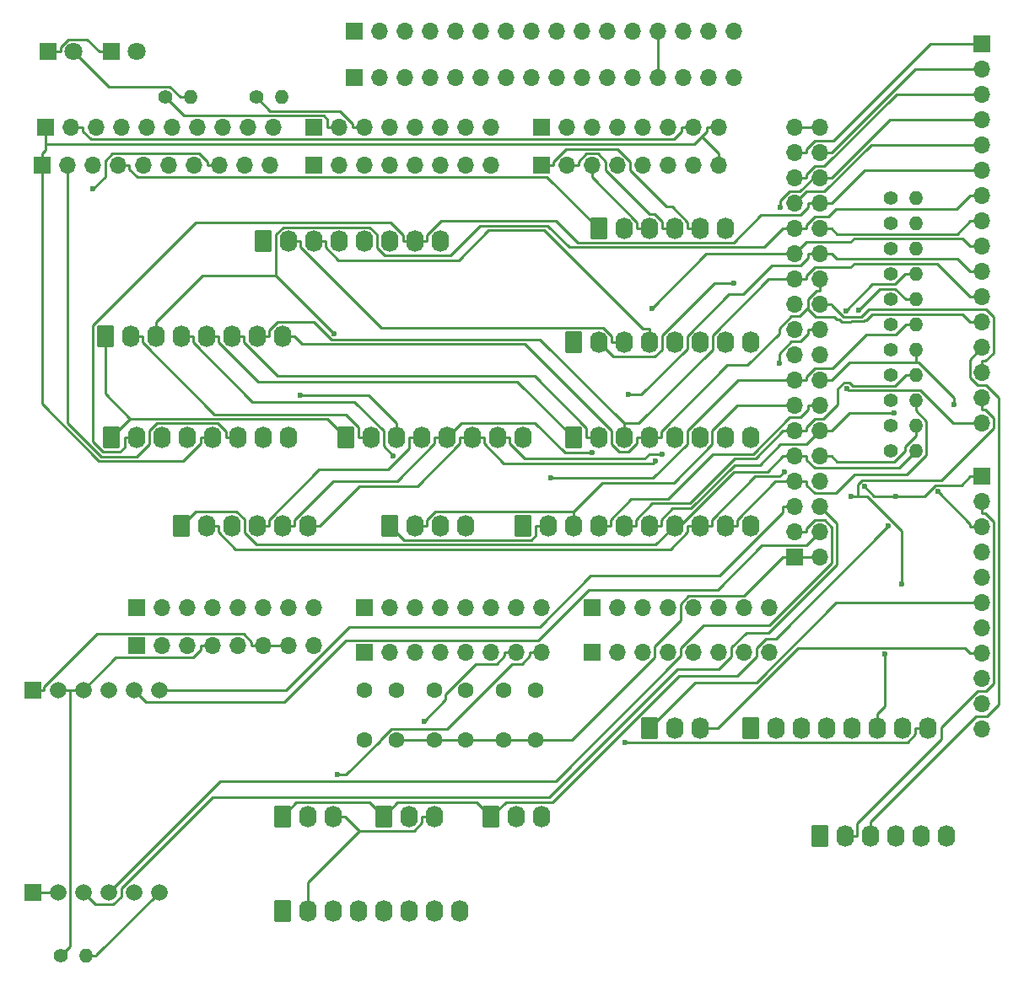
<source format=gbr>
%TF.GenerationSoftware,KiCad,Pcbnew,(6.0.7-1)-1*%
%TF.CreationDate,2023-11-05T12:24:43+10:00*%
%TF.ProjectId,Right Console Input,52696768-7420-4436-9f6e-736f6c652049,rev?*%
%TF.SameCoordinates,Original*%
%TF.FileFunction,Copper,L1,Top*%
%TF.FilePolarity,Positive*%
%FSLAX46Y46*%
G04 Gerber Fmt 4.6, Leading zero omitted, Abs format (unit mm)*
G04 Created by KiCad (PCBNEW (6.0.7-1)-1) date 2023-11-05 12:24:43*
%MOMM*%
%LPD*%
G01*
G04 APERTURE LIST*
G04 Aperture macros list*
%AMRoundRect*
0 Rectangle with rounded corners*
0 $1 Rounding radius*
0 $2 $3 $4 $5 $6 $7 $8 $9 X,Y pos of 4 corners*
0 Add a 4 corners polygon primitive as box body*
4,1,4,$2,$3,$4,$5,$6,$7,$8,$9,$2,$3,0*
0 Add four circle primitives for the rounded corners*
1,1,$1+$1,$2,$3*
1,1,$1+$1,$4,$5*
1,1,$1+$1,$6,$7*
1,1,$1+$1,$8,$9*
0 Add four rect primitives between the rounded corners*
20,1,$1+$1,$2,$3,$4,$5,0*
20,1,$1+$1,$4,$5,$6,$7,0*
20,1,$1+$1,$6,$7,$8,$9,0*
20,1,$1+$1,$8,$9,$2,$3,0*%
G04 Aperture macros list end*
%TA.AperFunction,ComponentPad*%
%ADD10R,1.700000X1.700000*%
%TD*%
%TA.AperFunction,ComponentPad*%
%ADD11O,1.700000X1.700000*%
%TD*%
%TA.AperFunction,ComponentPad*%
%ADD12RoundRect,0.250000X-0.620000X-0.845000X0.620000X-0.845000X0.620000X0.845000X-0.620000X0.845000X0*%
%TD*%
%TA.AperFunction,ComponentPad*%
%ADD13O,1.740000X2.190000*%
%TD*%
%TA.AperFunction,ComponentPad*%
%ADD14C,1.400000*%
%TD*%
%TA.AperFunction,ComponentPad*%
%ADD15O,1.400000X1.400000*%
%TD*%
%TA.AperFunction,ComponentPad*%
%ADD16C,1.600000*%
%TD*%
%TA.AperFunction,ComponentPad*%
%ADD17R,1.800000X1.800000*%
%TD*%
%TA.AperFunction,ComponentPad*%
%ADD18C,1.800000*%
%TD*%
%TA.AperFunction,ComponentPad*%
%ADD19R,1.665000X1.665000*%
%TD*%
%TA.AperFunction,ComponentPad*%
%ADD20C,1.665000*%
%TD*%
%TA.AperFunction,ViaPad*%
%ADD21C,0.600000*%
%TD*%
%TA.AperFunction,Conductor*%
%ADD22C,0.250000*%
%TD*%
G04 APERTURE END LIST*
D10*
%TO.P,J33,1,Pin_1*%
%TO.N,GND*%
X193980000Y-92380000D03*
D11*
%TO.P,J33,2,Pin_2*%
X196520000Y-92380000D03*
%TO.P,J33,3,Pin_3*%
%TO.N,SCLK*%
X193980000Y-89840000D03*
%TO.P,J33,4,Pin_4*%
%TO.N,ES1_RST*%
X196520000Y-89840000D03*
%TO.P,J33,5,Pin_5*%
%TO.N,MISO*%
X193980000Y-87300000D03*
%TO.P,J33,6,Pin_6*%
%TO.N,MOSI*%
X196520000Y-87300000D03*
%TO.P,J33,7,Pin_7*%
%TO.N,/48*%
X193980000Y-84760000D03*
%TO.P,J33,8,Pin_8*%
%TO.N,/49*%
X196520000Y-84760000D03*
%TO.P,J33,9,Pin_9*%
%TO.N,/\u002A46*%
X193980000Y-82220000D03*
%TO.P,J33,10,Pin_10*%
%TO.N,/47*%
X196520000Y-82220000D03*
%TO.P,J33,11,Pin_11*%
%TO.N,/\u002A44*%
X193980000Y-79680000D03*
%TO.P,J33,12,Pin_12*%
%TO.N,/\u002A45*%
X196520000Y-79680000D03*
%TO.P,J33,13,Pin_13*%
%TO.N,/42*%
X193980000Y-77140000D03*
%TO.P,J33,14,Pin_14*%
%TO.N,/43*%
X196520000Y-77140000D03*
%TO.P,J33,15,Pin_15*%
%TO.N,/40*%
X193980000Y-74600000D03*
%TO.P,J33,16,Pin_16*%
%TO.N,/41*%
X196520000Y-74600000D03*
%TO.P,J33,17,Pin_17*%
%TO.N,/38*%
X193980000Y-72060000D03*
%TO.P,J33,18,Pin_18*%
%TO.N,/39*%
X196520000Y-72060000D03*
%TO.P,J33,19,Pin_19*%
%TO.N,/36*%
X193980000Y-69520000D03*
%TO.P,J33,20,Pin_20*%
%TO.N,/37*%
X196520000Y-69520000D03*
%TO.P,J33,21,Pin_21*%
%TO.N,/34*%
X193980000Y-66980000D03*
%TO.P,J33,22,Pin_22*%
%TO.N,/35*%
X196520000Y-66980000D03*
%TO.P,J33,23,Pin_23*%
%TO.N,/32*%
X193980000Y-64440000D03*
%TO.P,J33,24,Pin_24*%
%TO.N,/33*%
X196520000Y-64440000D03*
%TO.P,J33,25,Pin_25*%
%TO.N,/30*%
X193980000Y-61900000D03*
%TO.P,J33,26,Pin_26*%
%TO.N,/31*%
X196520000Y-61900000D03*
%TO.P,J33,27,Pin_27*%
%TO.N,/28*%
X193980000Y-59360000D03*
%TO.P,J33,28,Pin_28*%
%TO.N,/29*%
X196520000Y-59360000D03*
%TO.P,J33,29,Pin_29*%
%TO.N,/26*%
X193980000Y-56820000D03*
%TO.P,J33,30,Pin_30*%
%TO.N,/27*%
X196520000Y-56820000D03*
%TO.P,J33,31,Pin_31*%
%TO.N,/24*%
X193980000Y-54280000D03*
%TO.P,J33,32,Pin_32*%
%TO.N,/25*%
X196520000Y-54280000D03*
%TO.P,J33,33,Pin_33*%
%TO.N,/22*%
X193980000Y-51740000D03*
%TO.P,J33,34,Pin_34*%
%TO.N,/23*%
X196520000Y-51740000D03*
%TO.P,J33,35,Pin_35*%
%TO.N,+5V*%
X193980000Y-49200000D03*
%TO.P,J33,36,Pin_36*%
X196520000Y-49200000D03*
%TD*%
D10*
%TO.P,J7,1,Pin_1*%
%TO.N,unconnected-(J28-Pad1)*%
X127940000Y-97460000D03*
D11*
%TO.P,J7,2,Pin_2*%
%TO.N,/IOREF*%
X130480000Y-97460000D03*
%TO.P,J7,3,Pin_3*%
%TO.N,/~{RESET}*%
X133020000Y-97460000D03*
%TO.P,J7,4,Pin_4*%
%TO.N,+3V3*%
X135560000Y-97460000D03*
%TO.P,J7,5,Pin_5*%
%TO.N,+5V*%
X138100000Y-97460000D03*
%TO.P,J7,6,Pin_6*%
%TO.N,GND*%
X140640000Y-97460000D03*
%TO.P,J7,7,Pin_7*%
X143180000Y-97460000D03*
%TO.P,J7,8,Pin_8*%
%TO.N,VCC*%
X145720000Y-97460000D03*
%TD*%
D10*
%TO.P,J14,1,Pin_1*%
%TO.N,/A0*%
X150800000Y-97460000D03*
D11*
%TO.P,J14,2,Pin_2*%
%TO.N,/A1*%
X153340000Y-97460000D03*
%TO.P,J14,3,Pin_3*%
%TO.N,/A2*%
X155880000Y-97460000D03*
%TO.P,J14,4,Pin_4*%
%TO.N,/A3*%
X158420000Y-97460000D03*
%TO.P,J14,5,Pin_5*%
%TO.N,/A4*%
X160960000Y-97460000D03*
%TO.P,J14,6,Pin_6*%
%TO.N,/A5*%
X163500000Y-97460000D03*
%TO.P,J14,7,Pin_7*%
%TO.N,/A6*%
X166040000Y-97460000D03*
%TO.P,J14,8,Pin_8*%
%TO.N,/A7*%
X168580000Y-97460000D03*
%TD*%
D10*
%TO.P,J28,1,Pin_1*%
%TO.N,/A8*%
X173660000Y-97460000D03*
D11*
%TO.P,J28,2,Pin_2*%
%TO.N,/A9*%
X176200000Y-97460000D03*
%TO.P,J28,3,Pin_3*%
%TO.N,/A10*%
X178740000Y-97460000D03*
%TO.P,J28,4,Pin_4*%
%TO.N,/A11*%
X181280000Y-97460000D03*
%TO.P,J28,5,Pin_5*%
%TO.N,/A12*%
X183820000Y-97460000D03*
%TO.P,J28,6,Pin_6*%
%TO.N,/A13*%
X186360000Y-97460000D03*
%TO.P,J28,7,Pin_7*%
%TO.N,/A14*%
X188900000Y-97460000D03*
%TO.P,J28,8,Pin_8*%
%TO.N,/A15*%
X191440000Y-97460000D03*
%TD*%
D10*
%TO.P,J2,1,Pin_1*%
%TO.N,/ILS_L_A*%
X118796000Y-49200000D03*
D11*
%TO.P,J2,2,Pin_2*%
%TO.N,/ILS_L_B*%
X121336000Y-49200000D03*
%TO.P,J2,3,Pin_3*%
%TO.N,/AREF*%
X123876000Y-49200000D03*
%TO.P,J2,4,Pin_4*%
%TO.N,GND*%
X126416000Y-49200000D03*
%TO.P,J2,5,Pin_5*%
%TO.N,/\u002A13*%
X128956000Y-49200000D03*
%TO.P,J2,6,Pin_6*%
%TO.N,/\u002A12*%
X131496000Y-49200000D03*
%TO.P,J2,7,Pin_7*%
%TO.N,/\u002A11*%
X134036000Y-49200000D03*
%TO.P,J2,8,Pin_8*%
%TO.N,SS*%
X136576000Y-49200000D03*
%TO.P,J2,9,Pin_9*%
%TO.N,/\u002A9*%
X139116000Y-49200000D03*
%TO.P,J2,10,Pin_10*%
%TO.N,/\u002A8*%
X141656000Y-49200000D03*
%TD*%
D10*
%TO.P,J11,1,Pin_1*%
%TO.N,/\u002A7*%
X145720000Y-49200000D03*
D11*
%TO.P,J11,2,Pin_2*%
%TO.N,/\u002A6*%
X148260000Y-49200000D03*
%TO.P,J11,3,Pin_3*%
%TO.N,/\u002A5*%
X150800000Y-49200000D03*
%TO.P,J11,4,Pin_4*%
%TO.N,/\u002A4*%
X153340000Y-49200000D03*
%TO.P,J11,5,Pin_5*%
%TO.N,/\u002A3*%
X155880000Y-49200000D03*
%TO.P,J11,6,Pin_6*%
%TO.N,/\u002A2*%
X158420000Y-49200000D03*
%TO.P,J11,7,Pin_7*%
%TO.N,/TX0{slash}1*%
X160960000Y-49200000D03*
%TO.P,J11,8,Pin_8*%
%TO.N,/RX0{slash}0*%
X163500000Y-49200000D03*
%TD*%
D10*
%TO.P,J21,1,Pin_1*%
%TO.N,/TACAN_R_B*%
X168580000Y-49200000D03*
D11*
%TO.P,J21,2,Pin_2*%
%TO.N,/RX3{slash}15*%
X171120000Y-49200000D03*
%TO.P,J21,3,Pin_3*%
%TO.N,/TACAN_L_B*%
X173660000Y-49200000D03*
%TO.P,J21,4,Pin_4*%
%TO.N,/RX2{slash}17*%
X176200000Y-49200000D03*
%TO.P,J21,5,Pin_5*%
%TO.N,/ILS_R_B*%
X178740000Y-49200000D03*
%TO.P,J21,6,Pin_6*%
%TO.N,/ILS_R_A*%
X181280000Y-49200000D03*
%TO.P,J21,7,Pin_7*%
%TO.N,/ILS_L_B*%
X183820000Y-49200000D03*
%TO.P,J21,8,Pin_8*%
%TO.N,/ILS_L_A*%
X186360000Y-49200000D03*
%TD*%
D12*
%TO.P,J10,1,Pin_1*%
%TO.N,/42*%
X140640000Y-60630000D03*
D13*
%TO.P,J10,2,Pin_2*%
%TO.N,/22*%
X143180000Y-60630000D03*
%TO.P,J10,3,Pin_3*%
%TO.N,/23*%
X145720000Y-60630000D03*
%TO.P,J10,4,Pin_4*%
%TO.N,/24*%
X148260000Y-60630000D03*
%TO.P,J10,5,Pin_5*%
%TO.N,/25*%
X150800000Y-60630000D03*
%TO.P,J10,6,Pin_6*%
%TO.N,/26*%
X153340000Y-60630000D03*
%TO.P,J10,7,Pin_7*%
%TO.N,/27*%
X155880000Y-60630000D03*
%TO.P,J10,8,Pin_8*%
%TO.N,unconnected-(J3-Pad8)*%
X158420000Y-60630000D03*
%TD*%
D14*
%TO.P,R13,1*%
%TO.N,+5V*%
X203632000Y-69012000D03*
D15*
%TO.P,R13,2*%
%TO.N,/40*%
X206172000Y-69012000D03*
%TD*%
D14*
%TO.P,R1,1*%
%TO.N,/\u002A6*%
X130784000Y-46152000D03*
D15*
%TO.P,R1,2*%
%TO.N,Net-(D2-Pad2)*%
X133324000Y-46152000D03*
%TD*%
D12*
%TO.P,J24,1,Pin_1*%
%TO.N,/40*%
X171755000Y-70790000D03*
D13*
%TO.P,J24,2,Pin_2*%
%TO.N,/41*%
X174295000Y-70790000D03*
%TO.P,J24,3,Pin_3*%
%TO.N,/22*%
X176835000Y-70790000D03*
%TO.P,J24,4,Pin_4*%
%TO.N,/23*%
X179375000Y-70790000D03*
%TO.P,J24,5,Pin_5*%
%TO.N,/24*%
X181915000Y-70790000D03*
%TO.P,J24,6,Pin_6*%
%TO.N,/25*%
X184455000Y-70790000D03*
%TO.P,J24,7,Pin_7*%
%TO.N,/26*%
X186995000Y-70790000D03*
%TO.P,J24,8,Pin_8*%
%TO.N,unconnected-(J9-Pad8)*%
X189535000Y-70790000D03*
%TD*%
D16*
%TO.P,C4,1*%
%TO.N,/A0*%
X150800000Y-105755000D03*
%TO.P,C4,2*%
%TO.N,GND*%
X150800000Y-110755000D03*
%TD*%
D14*
%TO.P,R14,1*%
%TO.N,+5V*%
X203632000Y-66472000D03*
D15*
%TO.P,R14,2*%
%TO.N,/42*%
X206172000Y-66472000D03*
%TD*%
D12*
%TO.P,J26,1,Pin_1*%
%TO.N,/40*%
X166675000Y-89205000D03*
D13*
%TO.P,J26,2,Pin_2*%
%TO.N,/41*%
X169215000Y-89205000D03*
%TO.P,J26,3,Pin_3*%
%TO.N,/42*%
X171755000Y-89205000D03*
%TO.P,J26,4,Pin_4*%
%TO.N,/43*%
X174295000Y-89205000D03*
%TO.P,J26,5,Pin_5*%
%TO.N,/\u002A44*%
X176835000Y-89205000D03*
%TO.P,J26,6,Pin_6*%
%TO.N,/\u002A45*%
X179375000Y-89205000D03*
%TO.P,J26,7,Pin_7*%
%TO.N,/\u002A46*%
X181915000Y-89205000D03*
%TO.P,J26,8,Pin_8*%
%TO.N,/47*%
X184455000Y-89205000D03*
%TO.P,J26,9,Pin_9*%
%TO.N,/48*%
X186995000Y-89205000D03*
%TO.P,J26,10,Pin_10*%
%TO.N,unconnected-(J4-Pad10)*%
X189535000Y-89205000D03*
%TD*%
D14*
%TO.P,R2,1*%
%TO.N,+3V3*%
X120325000Y-132385000D03*
D15*
%TO.P,R2,2*%
%TO.N,Net-(R14-Pad2)*%
X122865000Y-132385000D03*
%TD*%
D10*
%TO.P,J9,1,Pin_1*%
%TO.N,Net-(J24-Pad1)*%
X149784000Y-44198000D03*
D11*
%TO.P,J9,2,Pin_2*%
%TO.N,Net-(J24-Pad2)*%
X152324000Y-44198000D03*
%TO.P,J9,3,Pin_3*%
%TO.N,Net-(J24-Pad3)*%
X154864000Y-44198000D03*
%TO.P,J9,4,Pin_4*%
%TO.N,Net-(J24-Pad4)*%
X157404000Y-44198000D03*
%TO.P,J9,5,Pin_5*%
%TO.N,Net-(J24-Pad5)*%
X159944000Y-44198000D03*
%TO.P,J9,6,Pin_6*%
%TO.N,Net-(J24-Pad6)*%
X162484000Y-44198000D03*
%TO.P,J9,7,Pin_7*%
%TO.N,Net-(J24-Pad7)*%
X165024000Y-44198000D03*
%TO.P,J9,8,Pin_8*%
%TO.N,Net-(J24-Pad8)*%
X167564000Y-44198000D03*
%TO.P,J9,9,Pin_9*%
%TO.N,Net-(J24-Pad9)*%
X170104000Y-44198000D03*
%TO.P,J9,10,Pin_10*%
%TO.N,Net-(J24-Pad10)*%
X172644000Y-44198000D03*
%TO.P,J9,11,Pin_11*%
%TO.N,Net-(J24-Pad11)*%
X175184000Y-44198000D03*
%TO.P,J9,12,Pin_12*%
%TO.N,Net-(J24-Pad12)*%
X177724000Y-44198000D03*
%TO.P,J9,13,Pin_13*%
%TO.N,Net-(J24-Pad13)*%
X180264000Y-44198000D03*
%TO.P,J9,14,Pin_14*%
%TO.N,Net-(J24-Pad14)*%
X182804000Y-44198000D03*
%TO.P,J9,15,Pin_15*%
%TO.N,Net-(J24-Pad15)*%
X185344000Y-44198000D03*
%TO.P,J9,16,Pin_16*%
%TO.N,Net-(J24-Pad16)*%
X187884000Y-44198000D03*
%TD*%
D12*
%TO.P,J13,1,Pin_1*%
%TO.N,/38*%
X148895000Y-80315000D03*
D13*
%TO.P,J13,2,Pin_2*%
%TO.N,/39*%
X151435000Y-80315000D03*
%TO.P,J13,3,Pin_3*%
%TO.N,/22*%
X153975000Y-80315000D03*
%TO.P,J13,4,Pin_4*%
%TO.N,/23*%
X156515000Y-80315000D03*
%TO.P,J13,5,Pin_5*%
%TO.N,/24*%
X159055000Y-80315000D03*
%TO.P,J13,6,Pin_6*%
%TO.N,/25*%
X161595000Y-80315000D03*
%TO.P,J13,7,Pin_7*%
%TO.N,/26*%
X164135000Y-80315000D03*
%TO.P,J13,8,Pin_8*%
%TO.N,unconnected-(J7-Pad8)*%
X166675000Y-80315000D03*
%TD*%
D10*
%TO.P,J29,1,Pin_1*%
%TO.N,/A8*%
X173660000Y-101905000D03*
D11*
%TO.P,J29,2,Pin_2*%
%TO.N,/A9*%
X176200000Y-101905000D03*
%TO.P,J29,3,Pin_3*%
%TO.N,/A10*%
X178740000Y-101905000D03*
%TO.P,J29,4,Pin_4*%
%TO.N,/A11*%
X181280000Y-101905000D03*
%TO.P,J29,5,Pin_5*%
%TO.N,/A12*%
X183820000Y-101905000D03*
%TO.P,J29,6,Pin_6*%
%TO.N,/A13*%
X186360000Y-101905000D03*
%TO.P,J29,7,Pin_7*%
%TO.N,/A14*%
X188900000Y-101905000D03*
%TO.P,J29,8,Pin_8*%
%TO.N,/A15*%
X191440000Y-101905000D03*
%TD*%
D12*
%TO.P,J34,1,Pin_1*%
%TO.N,/38*%
X196520000Y-120340000D03*
D13*
%TO.P,J34,2,Pin_2*%
%TO.N,/39*%
X199060000Y-120340000D03*
%TO.P,J34,3,Pin_3*%
%TO.N,/34*%
X201600000Y-120340000D03*
%TO.P,J34,4,Pin_4*%
%TO.N,/35*%
X204140000Y-120340000D03*
%TO.P,J34,5,Pin_5*%
%TO.N,/36*%
X206680000Y-120340000D03*
%TO.P,J34,6,Pin_6*%
%TO.N,/37*%
X209220000Y-120340000D03*
%TD*%
D10*
%TO.P,J31,1,Pin_1*%
%TO.N,/22*%
X212776000Y-40818000D03*
D11*
%TO.P,J31,2,Pin_2*%
%TO.N,/23*%
X212776000Y-43358000D03*
%TO.P,J31,3,Pin_3*%
%TO.N,/24*%
X212776000Y-45898000D03*
%TO.P,J31,4,Pin_4*%
%TO.N,/25*%
X212776000Y-48438000D03*
%TO.P,J31,5,Pin_5*%
%TO.N,/26*%
X212776000Y-50978000D03*
%TO.P,J31,6,Pin_6*%
%TO.N,/27*%
X212776000Y-53518000D03*
%TO.P,J31,7,Pin_7*%
%TO.N,/28*%
X212776000Y-56058000D03*
%TO.P,J31,8,Pin_8*%
%TO.N,/29*%
X212776000Y-58598000D03*
%TO.P,J31,9,Pin_9*%
%TO.N,/30*%
X212776000Y-61138000D03*
%TO.P,J31,10,Pin_10*%
%TO.N,/31*%
X212776000Y-63678000D03*
%TO.P,J31,11,Pin_11*%
%TO.N,/32*%
X212776000Y-66218000D03*
%TO.P,J31,12,Pin_12*%
%TO.N,/33*%
X212776000Y-68758000D03*
%TO.P,J31,13,Pin_13*%
%TO.N,/34*%
X212776000Y-71298000D03*
%TO.P,J31,14,Pin_14*%
%TO.N,/35*%
X212776000Y-73838000D03*
%TO.P,J31,15,Pin_15*%
%TO.N,/36*%
X212776000Y-76378000D03*
%TO.P,J31,16,Pin_16*%
%TO.N,/37*%
X212776000Y-78918000D03*
%TD*%
D12*
%TO.P,J22,1,Pin_1*%
%TO.N,GND*%
X174295000Y-59360000D03*
D13*
%TO.P,J22,2,Pin_2*%
%TO.N,/RX2{slash}17*%
X176835000Y-59360000D03*
%TO.P,J22,3,Pin_3*%
%TO.N,/TACAN_L_B*%
X179375000Y-59360000D03*
%TO.P,J22,4,Pin_4*%
%TO.N,/RX3{slash}15*%
X181915000Y-59360000D03*
%TO.P,J22,5,Pin_5*%
%TO.N,/TACAN_R_B*%
X184455000Y-59360000D03*
%TO.P,J22,6,Pin_6*%
%TO.N,unconnected-(J13-Pad6)*%
X186995000Y-59360000D03*
%TD*%
D16*
%TO.P,C2,1*%
%TO.N,/A4*%
X164770000Y-105715000D03*
%TO.P,C2,2*%
%TO.N,GND*%
X164770000Y-110715000D03*
%TD*%
%TO.P,C3,1*%
%TO.N,/A3*%
X160960000Y-105715000D03*
%TO.P,C3,2*%
%TO.N,GND*%
X160960000Y-110715000D03*
%TD*%
D14*
%TO.P,R5,1*%
%TO.N,+5V*%
X203582000Y-61392000D03*
D15*
%TO.P,R5,2*%
%TO.N,/\u002A45*%
X206122000Y-61392000D03*
%TD*%
D10*
%TO.P,J5,1,Pin_1*%
%TO.N,unconnected-(J27-Pad1)*%
X127940000Y-101270000D03*
D11*
%TO.P,J5,2,Pin_2*%
%TO.N,/IOREF*%
X130480000Y-101270000D03*
%TO.P,J5,3,Pin_3*%
%TO.N,/~{RESET}*%
X133020000Y-101270000D03*
%TO.P,J5,4,Pin_4*%
%TO.N,+3V3*%
X135560000Y-101270000D03*
%TO.P,J5,5,Pin_5*%
%TO.N,+5V*%
X138100000Y-101270000D03*
%TO.P,J5,6,Pin_6*%
%TO.N,GND*%
X140640000Y-101270000D03*
%TO.P,J5,7,Pin_7*%
X143180000Y-101270000D03*
%TO.P,J5,8,Pin_8*%
%TO.N,VCC*%
X145720000Y-101270000D03*
%TD*%
D14*
%TO.P,R6,1*%
%TO.N,+5V*%
X203632000Y-56312000D03*
D15*
%TO.P,R6,2*%
%TO.N,/43*%
X206172000Y-56312000D03*
%TD*%
D14*
%TO.P,R12,1*%
%TO.N,+5V*%
X203582000Y-81712000D03*
D15*
%TO.P,R12,2*%
%TO.N,/\u002A46*%
X206122000Y-81712000D03*
%TD*%
D12*
%TO.P,J18,1,Pin_1*%
%TO.N,+5V*%
X152705000Y-118435000D03*
D13*
%TO.P,J18,2,Pin_2*%
%TO.N,/A6*%
X155245000Y-118435000D03*
%TO.P,J18,3,Pin_3*%
%TO.N,GND*%
X157785000Y-118435000D03*
%TD*%
D12*
%TO.P,J6,1,Pin_1*%
%TO.N,/\u002A46*%
X132385000Y-89225000D03*
D13*
%TO.P,J6,2,Pin_2*%
%TO.N,/47*%
X134925000Y-89225000D03*
%TO.P,J6,3,Pin_3*%
%TO.N,/22*%
X137465000Y-89225000D03*
%TO.P,J6,4,Pin_4*%
%TO.N,/23*%
X140005000Y-89225000D03*
%TO.P,J6,5,Pin_5*%
%TO.N,/24*%
X142545000Y-89225000D03*
%TO.P,J6,6,Pin_6*%
%TO.N,/25*%
X145085000Y-89225000D03*
%TD*%
D12*
%TO.P,J16,1,Pin_1*%
%TO.N,/41*%
X153340000Y-89225000D03*
D13*
%TO.P,J16,2,Pin_2*%
%TO.N,/42*%
X155880000Y-89225000D03*
%TO.P,J16,3,Pin_3*%
%TO.N,/28*%
X158420000Y-89225000D03*
%TO.P,J16,4,Pin_4*%
%TO.N,/29*%
X160960000Y-89225000D03*
%TD*%
D16*
%TO.P,C1,1*%
%TO.N,/A1*%
X153975000Y-105755000D03*
%TO.P,C1,2*%
%TO.N,GND*%
X153975000Y-110755000D03*
%TD*%
D14*
%TO.P,R4,1*%
%TO.N,+5V*%
X203632000Y-58852000D03*
D15*
%TO.P,R4,2*%
%TO.N,/38*%
X206172000Y-58852000D03*
%TD*%
D12*
%TO.P,J4,1,Pin_1*%
%TO.N,/38*%
X124765000Y-70155000D03*
D13*
%TO.P,J4,2,Pin_2*%
%TO.N,/39*%
X127305000Y-70155000D03*
%TO.P,J4,3,Pin_3*%
%TO.N,/28*%
X129845000Y-70155000D03*
%TO.P,J4,4,Pin_4*%
%TO.N,/29*%
X132385000Y-70155000D03*
%TO.P,J4,5,Pin_5*%
%TO.N,/30*%
X134925000Y-70155000D03*
%TO.P,J4,6,Pin_6*%
%TO.N,/31*%
X137465000Y-70155000D03*
%TO.P,J4,7,Pin_7*%
%TO.N,/32*%
X140005000Y-70155000D03*
%TO.P,J4,8,Pin_8*%
%TO.N,/33*%
X142545000Y-70155000D03*
%TD*%
D10*
%TO.P,J23,1,Pin_1*%
%TO.N,/TACAN_R_B*%
X168580000Y-53010000D03*
D11*
%TO.P,J23,2,Pin_2*%
%TO.N,/RX3{slash}15*%
X171120000Y-53010000D03*
%TO.P,J23,3,Pin_3*%
%TO.N,/TACAN_L_B*%
X173660000Y-53010000D03*
%TO.P,J23,4,Pin_4*%
%TO.N,/RX2{slash}17*%
X176200000Y-53010000D03*
%TO.P,J23,5,Pin_5*%
%TO.N,/ILS_R_B*%
X178740000Y-53010000D03*
%TO.P,J23,6,Pin_6*%
%TO.N,/ILS_R_A*%
X181280000Y-53010000D03*
%TO.P,J23,7,Pin_7*%
%TO.N,/ILS_L_B*%
X183820000Y-53010000D03*
%TO.P,J23,8,Pin_8*%
%TO.N,/ILS_L_A*%
X186360000Y-53010000D03*
%TD*%
D12*
%TO.P,J17,1,Pin_1*%
%TO.N,+5V*%
X142545000Y-127940000D03*
D13*
%TO.P,J17,2,Pin_2*%
%TO.N,GND*%
X145085000Y-127940000D03*
%TO.P,J17,3,Pin_3*%
%TO.N,/A0*%
X147625000Y-127940000D03*
%TO.P,J17,4,Pin_4*%
%TO.N,/A1*%
X150165000Y-127940000D03*
%TO.P,J17,5,Pin_5*%
%TO.N,/A2*%
X152705000Y-127940000D03*
%TO.P,J17,6,Pin_6*%
%TO.N,/A3*%
X155245000Y-127940000D03*
%TO.P,J17,7,Pin_7*%
%TO.N,/A4*%
X157785000Y-127940000D03*
%TO.P,J17,8,Pin_8*%
%TO.N,unconnected-(J21-Pad8)*%
X160325000Y-127940000D03*
%TD*%
D16*
%TO.P,C6,1*%
%TO.N,/A5*%
X167945000Y-105715000D03*
%TO.P,C6,2*%
%TO.N,GND*%
X167945000Y-110715000D03*
%TD*%
D14*
%TO.P,R10,1*%
%TO.N,+5V*%
X203582000Y-63932000D03*
D15*
%TO.P,R10,2*%
%TO.N,/39*%
X206122000Y-63932000D03*
%TD*%
D10*
%TO.P,J8,1,Pin_1*%
%TO.N,/\u002A7*%
X145720000Y-53010000D03*
D11*
%TO.P,J8,2,Pin_2*%
%TO.N,/\u002A6*%
X148260000Y-53010000D03*
%TO.P,J8,3,Pin_3*%
%TO.N,/\u002A5*%
X150800000Y-53010000D03*
%TO.P,J8,4,Pin_4*%
%TO.N,/\u002A4*%
X153340000Y-53010000D03*
%TO.P,J8,5,Pin_5*%
%TO.N,/\u002A3*%
X155880000Y-53010000D03*
%TO.P,J8,6,Pin_6*%
%TO.N,/\u002A2*%
X158420000Y-53010000D03*
%TO.P,J8,7,Pin_7*%
%TO.N,/TX0{slash}1*%
X160960000Y-53010000D03*
%TO.P,J8,8,Pin_8*%
%TO.N,/RX0{slash}0*%
X163500000Y-53010000D03*
%TD*%
D10*
%TO.P,J15,1,Pin_1*%
%TO.N,/A0*%
X150800000Y-101905000D03*
D11*
%TO.P,J15,2,Pin_2*%
%TO.N,/A1*%
X153340000Y-101905000D03*
%TO.P,J15,3,Pin_3*%
%TO.N,/A2*%
X155880000Y-101905000D03*
%TO.P,J15,4,Pin_4*%
%TO.N,/A3*%
X158420000Y-101905000D03*
%TO.P,J15,5,Pin_5*%
%TO.N,/A4*%
X160960000Y-101905000D03*
%TO.P,J15,6,Pin_6*%
%TO.N,/A5*%
X163500000Y-101905000D03*
%TO.P,J15,7,Pin_7*%
%TO.N,/A6*%
X166040000Y-101905000D03*
%TO.P,J15,8,Pin_8*%
%TO.N,/A7*%
X168580000Y-101905000D03*
%TD*%
D12*
%TO.P,J27,1,Pin_1*%
%TO.N,/22*%
X189535000Y-109525000D03*
D13*
%TO.P,J27,2,Pin_2*%
%TO.N,/23*%
X192075000Y-109525000D03*
%TO.P,J27,3,Pin_3*%
%TO.N,/24*%
X194615000Y-109525000D03*
%TO.P,J27,4,Pin_4*%
%TO.N,/25*%
X197155000Y-109525000D03*
%TO.P,J27,5,Pin_5*%
%TO.N,/26*%
X199695000Y-109525000D03*
%TO.P,J27,6,Pin_6*%
%TO.N,/27*%
X202235000Y-109525000D03*
%TO.P,J27,7,Pin_7*%
%TO.N,/28*%
X204775000Y-109525000D03*
%TO.P,J27,8,Pin_8*%
%TO.N,/29*%
X207315000Y-109525000D03*
%TD*%
D12*
%TO.P,J3,1,Pin_1*%
%TO.N,/38*%
X125400000Y-80335000D03*
D13*
%TO.P,J3,2,Pin_2*%
%TO.N,/27*%
X127940000Y-80335000D03*
%TO.P,J3,3,Pin_3*%
%TO.N,unconnected-(J14-Pad3)*%
X130480000Y-80335000D03*
%TO.P,J3,4,Pin_4*%
%TO.N,GND*%
X133020000Y-80335000D03*
%TO.P,J3,5,Pin_5*%
%TO.N,/ILS_L_A*%
X135560000Y-80335000D03*
%TO.P,J3,6,Pin_6*%
%TO.N,/ILS_L_B*%
X138100000Y-80335000D03*
%TO.P,J3,7,Pin_7*%
%TO.N,/ILS_R_A*%
X140640000Y-80335000D03*
%TO.P,J3,8,Pin_8*%
%TO.N,/ILS_R_B*%
X143180000Y-80335000D03*
%TD*%
D12*
%TO.P,J19,1,Pin_1*%
%TO.N,+5V*%
X142545000Y-118435000D03*
D13*
%TO.P,J19,2,Pin_2*%
%TO.N,/A7*%
X145085000Y-118435000D03*
%TO.P,J19,3,Pin_3*%
%TO.N,GND*%
X147625000Y-118435000D03*
%TD*%
D14*
%TO.P,R9,1*%
%TO.N,+5V*%
X203632000Y-74092000D03*
D15*
%TO.P,R9,2*%
%TO.N,/\u002A44*%
X206172000Y-74092000D03*
%TD*%
D14*
%TO.P,R8,1*%
%TO.N,+5V*%
X203632000Y-71552000D03*
D15*
%TO.P,R8,2*%
%TO.N,/41*%
X206172000Y-71552000D03*
%TD*%
D17*
%TO.P,D2,1,K*%
%TO.N,GND*%
X125395000Y-41580000D03*
D18*
%TO.P,D2,2,A*%
%TO.N,Net-(D1-Pad2)*%
X127935000Y-41580000D03*
%TD*%
D14*
%TO.P,R7,1*%
%TO.N,+5V*%
X203632000Y-79172000D03*
D15*
%TO.P,R7,2*%
%TO.N,/47*%
X206172000Y-79172000D03*
%TD*%
D14*
%TO.P,R3,1*%
%TO.N,/\u002A5*%
X139928000Y-46152000D03*
D15*
%TO.P,R3,2*%
%TO.N,Net-(D1-Pad2)*%
X142468000Y-46152000D03*
%TD*%
D10*
%TO.P,J32,1,Pin_1*%
%TO.N,/38*%
X212776000Y-84252000D03*
D11*
%TO.P,J32,2,Pin_2*%
%TO.N,/39*%
X212776000Y-86792000D03*
%TO.P,J32,3,Pin_3*%
%TO.N,/40*%
X212776000Y-89332000D03*
%TO.P,J32,4,Pin_4*%
%TO.N,/41*%
X212776000Y-91872000D03*
%TO.P,J32,5,Pin_5*%
%TO.N,/42*%
X212776000Y-94412000D03*
%TO.P,J32,6,Pin_6*%
%TO.N,/43*%
X212776000Y-96952000D03*
%TO.P,J32,7,Pin_7*%
%TO.N,/\u002A44*%
X212776000Y-99492000D03*
%TO.P,J32,8,Pin_8*%
%TO.N,/\u002A45*%
X212776000Y-102032000D03*
%TO.P,J32,9,Pin_9*%
%TO.N,/\u002A46*%
X212776000Y-104572000D03*
%TO.P,J32,10,Pin_10*%
%TO.N,/47*%
X212776000Y-107112000D03*
%TO.P,J32,11,Pin_11*%
%TO.N,/48*%
X212776000Y-109652000D03*
%TD*%
D19*
%TO.P,U1,A1,GND_1*%
%TO.N,GND*%
X117495000Y-126035000D03*
D20*
%TO.P,U1,A2,GND_2*%
X120035000Y-126035000D03*
%TO.P,U1,A3,MOSI*%
%TO.N,MOSI*%
X122575000Y-126035000D03*
%TO.P,U1,A4,SCLK*%
%TO.N,SCLK*%
X125115000Y-126035000D03*
%TO.P,U1,A5,CS*%
%TO.N,SS*%
X127655000Y-126035000D03*
%TO.P,U1,A6,INT*%
%TO.N,Net-(R14-Pad2)*%
X130195000Y-126035000D03*
D19*
%TO.P,U1,B1,GND_3*%
%TO.N,GND*%
X117495000Y-105715000D03*
D20*
%TO.P,U1,B2,3V3_1*%
%TO.N,+3V3*%
X120035000Y-105715000D03*
%TO.P,U1,B3,3V3_2*%
X122575000Y-105715000D03*
%TO.P,U1,B4,NC*%
%TO.N,unconnected-(U1-PadB4)*%
X125115000Y-105715000D03*
%TO.P,U1,B5,RST*%
%TO.N,ES1_RST*%
X127655000Y-105715000D03*
%TO.P,U1,B6,MISO*%
%TO.N,MISO*%
X130195000Y-105715000D03*
%TD*%
D10*
%TO.P,J1,1,Pin_1*%
%TO.N,/ILS_L_A*%
X118415000Y-53010000D03*
D11*
%TO.P,J1,2,Pin_2*%
%TO.N,/ILS_L_B*%
X120955000Y-53010000D03*
%TO.P,J1,3,Pin_3*%
%TO.N,/AREF*%
X123495000Y-53010000D03*
%TO.P,J1,4,Pin_4*%
%TO.N,GND*%
X126035000Y-53010000D03*
%TO.P,J1,5,Pin_5*%
%TO.N,/\u002A13*%
X128575000Y-53010000D03*
%TO.P,J1,6,Pin_6*%
%TO.N,/\u002A12*%
X131115000Y-53010000D03*
%TO.P,J1,7,Pin_7*%
%TO.N,/\u002A11*%
X133655000Y-53010000D03*
%TO.P,J1,8,Pin_8*%
%TO.N,SS*%
X136195000Y-53010000D03*
%TO.P,J1,9,Pin_9*%
%TO.N,/\u002A9*%
X138735000Y-53010000D03*
%TO.P,J1,10,Pin_10*%
%TO.N,/\u002A8*%
X141275000Y-53010000D03*
%TD*%
D12*
%TO.P,J25,1,Pin_1*%
%TO.N,/30*%
X171755000Y-80335000D03*
D13*
%TO.P,J25,2,Pin_2*%
%TO.N,/31*%
X174295000Y-80335000D03*
%TO.P,J25,3,Pin_3*%
%TO.N,/32*%
X176835000Y-80335000D03*
%TO.P,J25,4,Pin_4*%
%TO.N,/33*%
X179375000Y-80335000D03*
%TO.P,J25,5,Pin_5*%
%TO.N,/34*%
X181915000Y-80335000D03*
%TO.P,J25,6,Pin_6*%
%TO.N,/35*%
X184455000Y-80335000D03*
%TO.P,J25,7,Pin_7*%
%TO.N,/36*%
X186995000Y-80335000D03*
%TO.P,J25,8,Pin_8*%
%TO.N,/37*%
X189535000Y-80335000D03*
%TD*%
D12*
%TO.P,J30,1,Pin_1*%
%TO.N,/43*%
X179375000Y-109545000D03*
D13*
%TO.P,J30,2,Pin_2*%
%TO.N,/\u002A44*%
X181915000Y-109545000D03*
%TO.P,J30,3,Pin_3*%
%TO.N,/\u002A45*%
X184455000Y-109545000D03*
%TD*%
D16*
%TO.P,C5,1*%
%TO.N,/A2*%
X157785000Y-105715000D03*
%TO.P,C5,2*%
%TO.N,GND*%
X157785000Y-110715000D03*
%TD*%
D10*
%TO.P,J12,1,Pin_1*%
%TO.N,Net-(J24-Pad1)*%
X149784000Y-39548000D03*
D11*
%TO.P,J12,2,Pin_2*%
%TO.N,Net-(J24-Pad2)*%
X152324000Y-39548000D03*
%TO.P,J12,3,Pin_3*%
%TO.N,Net-(J24-Pad3)*%
X154864000Y-39548000D03*
%TO.P,J12,4,Pin_4*%
%TO.N,Net-(J24-Pad4)*%
X157404000Y-39548000D03*
%TO.P,J12,5,Pin_5*%
%TO.N,Net-(J24-Pad5)*%
X159944000Y-39548000D03*
%TO.P,J12,6,Pin_6*%
%TO.N,Net-(J24-Pad6)*%
X162484000Y-39548000D03*
%TO.P,J12,7,Pin_7*%
%TO.N,Net-(J24-Pad7)*%
X165024000Y-39548000D03*
%TO.P,J12,8,Pin_8*%
%TO.N,Net-(J24-Pad8)*%
X167564000Y-39548000D03*
%TO.P,J12,9,Pin_9*%
%TO.N,Net-(J24-Pad9)*%
X170104000Y-39548000D03*
%TO.P,J12,10,Pin_10*%
%TO.N,Net-(J24-Pad10)*%
X172644000Y-39548000D03*
%TO.P,J12,11,Pin_11*%
%TO.N,Net-(J24-Pad11)*%
X175184000Y-39548000D03*
%TO.P,J12,12,Pin_12*%
%TO.N,Net-(J24-Pad12)*%
X177724000Y-39548000D03*
%TO.P,J12,13,Pin_13*%
%TO.N,Net-(J24-Pad13)*%
X180264000Y-39548000D03*
%TO.P,J12,14,Pin_14*%
%TO.N,Net-(J24-Pad14)*%
X182804000Y-39548000D03*
%TO.P,J12,15,Pin_15*%
%TO.N,Net-(J24-Pad15)*%
X185344000Y-39548000D03*
%TO.P,J12,16,Pin_16*%
%TO.N,Net-(J24-Pad16)*%
X187884000Y-39548000D03*
%TD*%
D17*
%TO.P,D1,1,K*%
%TO.N,GND*%
X119045000Y-41580000D03*
D18*
%TO.P,D1,2,A*%
%TO.N,Net-(D2-Pad2)*%
X121585000Y-41580000D03*
%TD*%
D12*
%TO.P,J20,1,Pin_1*%
%TO.N,+5V*%
X163500000Y-118435000D03*
D13*
%TO.P,J20,2,Pin_2*%
%TO.N,/A5*%
X166040000Y-118435000D03*
%TO.P,J20,3,Pin_3*%
%TO.N,GND*%
X168580000Y-118435000D03*
%TD*%
D14*
%TO.P,R11,1*%
%TO.N,+5V*%
X203582000Y-76632000D03*
D15*
%TO.P,R11,2*%
%TO.N,/48*%
X206122000Y-76632000D03*
%TD*%
D21*
%TO.N,SS*%
X123518500Y-55389700D03*
%TO.N,/A7*%
X148077200Y-114199200D03*
%TO.N,/A6*%
X156826200Y-108826500D03*
%TO.N,+5V*%
X203396800Y-89245300D03*
%TO.N,/22*%
X144375300Y-76116500D03*
%TO.N,/25*%
X179990700Y-82681400D03*
X192515400Y-57197800D03*
%TO.N,/24*%
X173630200Y-81848500D03*
%TO.N,/27*%
X202988600Y-102107100D03*
%TO.N,/26*%
X180700200Y-81990800D03*
%TO.N,/29*%
X176927600Y-110966200D03*
X153698700Y-82153300D03*
%TO.N,/28*%
X147728100Y-69876700D03*
%TO.N,/31*%
X177318400Y-76046300D03*
%TO.N,/30*%
X179651400Y-67344100D03*
%TO.N,/37*%
X192413900Y-72880400D03*
X199234000Y-75424600D03*
%TO.N,/36*%
X199629100Y-86228200D03*
X204738200Y-95021800D03*
%TO.N,/39*%
X199119600Y-67612700D03*
%TO.N,/38*%
X204117400Y-86222000D03*
X200990400Y-85270000D03*
%TO.N,/41*%
X187901900Y-64863000D03*
X209934800Y-76994600D03*
%TO.N,/40*%
X169494900Y-84413500D03*
X208353000Y-85769400D03*
%TO.N,/42*%
X200370300Y-67565500D03*
%TO.N,/\u002A45*%
X203985500Y-77877000D03*
%TO.N,/47*%
X192938200Y-83796100D03*
%TD*%
D22*
%TO.N,Net-(J24-Pad13)*%
X180264000Y-39548000D02*
X180264000Y-44198000D01*
%TO.N,/34*%
X211577200Y-72496800D02*
X212776000Y-71298000D01*
X211577200Y-74354500D02*
X211577200Y-72496800D01*
X212330700Y-75108000D02*
X211577200Y-74354500D01*
X213181200Y-75108000D02*
X212330700Y-75108000D01*
X214434800Y-76361600D02*
X213181200Y-75108000D01*
X214434800Y-107184600D02*
X214434800Y-76361600D01*
X213237400Y-108382000D02*
X214434800Y-107184600D01*
X212137700Y-108382000D02*
X213237400Y-108382000D01*
X201600000Y-118919700D02*
X212137700Y-108382000D01*
X201600000Y-120340000D02*
X201600000Y-118919700D01*
%TO.N,Net-(R14-Pad2)*%
X123890300Y-132339700D02*
X123890300Y-132385000D01*
X130195000Y-126035000D02*
X123890300Y-132339700D01*
X122865000Y-132385000D02*
X123890300Y-132385000D01*
%TO.N,/ILS_L_B*%
X136904700Y-79737400D02*
X136904700Y-80335000D01*
X136081900Y-78914600D02*
X136904700Y-79737400D01*
X129984700Y-78914600D02*
X136081900Y-78914600D01*
X129210000Y-79689300D02*
X129984700Y-78914600D01*
X129210000Y-80980600D02*
X129210000Y-79689300D01*
X127947700Y-82242900D02*
X129210000Y-80980600D01*
X124347200Y-82242900D02*
X127947700Y-82242900D01*
X120955000Y-78850700D02*
X124347200Y-82242900D01*
X120955000Y-54185300D02*
X120955000Y-78850700D01*
X120955000Y-53010000D02*
X120955000Y-54185300D01*
X138100000Y-80335000D02*
X136904700Y-80335000D01*
X182644700Y-49567400D02*
X182644700Y-49200000D01*
X181836800Y-50375300D02*
X182644700Y-49567400D01*
X123319300Y-50375300D02*
X181836800Y-50375300D01*
X122511300Y-49567300D02*
X123319300Y-50375300D01*
X122511300Y-49200000D02*
X122511300Y-49567300D01*
X121336000Y-49200000D02*
X122511300Y-49200000D01*
X183820000Y-49200000D02*
X182644700Y-49200000D01*
%TO.N,/ILS_L_A*%
X135560000Y-80335000D02*
X134364700Y-80335000D01*
X134364700Y-80932600D02*
X134364700Y-80335000D01*
X132604000Y-82693300D02*
X134364700Y-80932600D01*
X124160600Y-82693300D02*
X132604000Y-82693300D01*
X118415000Y-76947700D02*
X124160600Y-82693300D01*
X118415000Y-53010000D02*
X118415000Y-76947700D01*
X118415000Y-53010000D02*
X118415000Y-51834700D01*
X186360000Y-49200000D02*
X185184700Y-49200000D01*
X118796000Y-51453700D02*
X118796000Y-50830300D01*
X118415000Y-51834700D02*
X118796000Y-51453700D01*
X118796000Y-50830300D02*
X118796000Y-49200000D01*
X186360000Y-53010000D02*
X186360000Y-51834700D01*
X184638700Y-50113300D02*
X186360000Y-51834700D01*
X185184700Y-49567300D02*
X184638700Y-50113300D01*
X185184700Y-49200000D02*
X185184700Y-49567300D01*
X183921700Y-50830300D02*
X118796000Y-50830300D01*
X184638700Y-50113300D02*
X183921700Y-50830300D01*
%TO.N,/TACAN_R_B*%
X183259700Y-58726500D02*
X183259700Y-59360000D01*
X181662100Y-57128900D02*
X183259700Y-58726500D01*
X181100300Y-57128900D02*
X181662100Y-57128900D01*
X177470000Y-53498600D02*
X181100300Y-57128900D01*
X177470000Y-52612500D02*
X177470000Y-53498600D01*
X176207400Y-51349900D02*
X177470000Y-52612500D01*
X171048100Y-51349900D02*
X176207400Y-51349900D01*
X169755300Y-52642700D02*
X171048100Y-51349900D01*
X169755300Y-53010000D02*
X169755300Y-52642700D01*
X168580000Y-53010000D02*
X169755300Y-53010000D01*
X184455000Y-59360000D02*
X183259700Y-59360000D01*
%TO.N,SS*%
X124765300Y-54142900D02*
X123518500Y-55389700D01*
X124765300Y-52577800D02*
X124765300Y-54142900D01*
X125508500Y-51834600D02*
X124765300Y-52577800D01*
X134211600Y-51834600D02*
X125508500Y-51834600D01*
X135019700Y-52642700D02*
X134211600Y-51834600D01*
X135019700Y-53010000D02*
X135019700Y-52642700D01*
X136195000Y-53010000D02*
X135019700Y-53010000D01*
%TO.N,/TACAN_L_B*%
X178179700Y-58705000D02*
X173660000Y-54185300D01*
X178179700Y-59360000D02*
X178179700Y-58705000D01*
X179375000Y-59360000D02*
X178179700Y-59360000D01*
X173660000Y-53010000D02*
X173660000Y-54185300D01*
%TO.N,Net-(D2-Pad2)*%
X131273400Y-45126700D02*
X132298700Y-46152000D01*
X125131700Y-45126700D02*
X131273400Y-45126700D01*
X121585000Y-41580000D02*
X125131700Y-45126700D01*
X133324000Y-46152000D02*
X132298700Y-46152000D01*
%TO.N,/RX3{slash}15*%
X180719700Y-58678300D02*
X180719700Y-59360000D01*
X179930100Y-57888700D02*
X180719700Y-58678300D01*
X179416500Y-57888700D02*
X179930100Y-57888700D01*
X175024700Y-53496900D02*
X179416500Y-57888700D01*
X175024700Y-52650400D02*
X175024700Y-53496900D01*
X174209000Y-51834700D02*
X175024700Y-52650400D01*
X173095600Y-51834700D02*
X174209000Y-51834700D01*
X172295300Y-52635000D02*
X173095600Y-51834700D01*
X172295300Y-53010000D02*
X172295300Y-52635000D01*
X171120000Y-53010000D02*
X172295300Y-53010000D01*
X181915000Y-59360000D02*
X180719700Y-59360000D01*
%TO.N,+3V3*%
X135560000Y-101270000D02*
X134384700Y-101270000D01*
X125844700Y-102445300D02*
X122575000Y-105715000D01*
X133576800Y-102445300D02*
X125844700Y-102445300D01*
X134384700Y-101637400D02*
X133576800Y-102445300D01*
X134384700Y-101270000D02*
X134384700Y-101637400D01*
X121243700Y-131466300D02*
X120325000Y-132385000D01*
X121243700Y-105715000D02*
X121243700Y-131466300D01*
X122575000Y-105715000D02*
X121243700Y-105715000D01*
X121243700Y-105715000D02*
X120035000Y-105715000D01*
%TO.N,/\u002A5*%
X141311100Y-47535100D02*
X139928000Y-46152000D01*
X148327100Y-47535100D02*
X141311100Y-47535100D01*
X149624700Y-48832700D02*
X148327100Y-47535100D01*
X149624700Y-49200000D02*
X149624700Y-48832700D01*
X150800000Y-49200000D02*
X149624700Y-49200000D01*
%TO.N,/\u002A6*%
X147084700Y-48404600D02*
X147084700Y-49200000D01*
X146704800Y-48024700D02*
X147084700Y-48404600D01*
X132656700Y-48024700D02*
X146704800Y-48024700D01*
X130784000Y-46152000D02*
X132656700Y-48024700D01*
X148260000Y-49200000D02*
X147084700Y-49200000D01*
%TO.N,/A7*%
X167404700Y-102272400D02*
X167404700Y-101905000D01*
X166596800Y-103080300D02*
X167404700Y-102272400D01*
X165626300Y-103080300D02*
X166596800Y-103080300D01*
X159117000Y-109589600D02*
X165626300Y-103080300D01*
X153490900Y-109589600D02*
X159117000Y-109589600D01*
X152387600Y-110692900D02*
X153490900Y-109589600D01*
X152387600Y-110768800D02*
X152387600Y-110692900D01*
X148957200Y-114199200D02*
X152387600Y-110768800D01*
X148077200Y-114199200D02*
X148957200Y-114199200D01*
X168580000Y-101905000D02*
X167404700Y-101905000D01*
%TO.N,/A6*%
X158957600Y-106695100D02*
X156826200Y-108826500D01*
X158957600Y-106117600D02*
X158957600Y-106695100D01*
X161994900Y-103080300D02*
X158957600Y-106117600D01*
X164056800Y-103080300D02*
X161994900Y-103080300D01*
X164864700Y-102272400D02*
X164056800Y-103080300D01*
X164864700Y-101905000D02*
X164864700Y-102272400D01*
X166040000Y-101905000D02*
X164864700Y-101905000D01*
%TO.N,+5V*%
X196520000Y-49200000D02*
X193980000Y-49200000D01*
X151284600Y-117014600D02*
X152705000Y-118435000D01*
X143965400Y-117014600D02*
X151284600Y-117014600D01*
X142545000Y-118435000D02*
X143965400Y-117014600D01*
X154125400Y-117014600D02*
X152705000Y-118435000D01*
X162079600Y-117014600D02*
X154125400Y-117014600D01*
X163500000Y-118435000D02*
X162079600Y-117014600D01*
X192085600Y-100556500D02*
X203396800Y-89245300D01*
X191121000Y-100556500D02*
X192085600Y-100556500D01*
X190170000Y-101507500D02*
X191121000Y-100556500D01*
X190170000Y-102311700D02*
X190170000Y-101507500D01*
X188185000Y-104296700D02*
X190170000Y-102311700D01*
X182343300Y-104296700D02*
X188185000Y-104296700D01*
X169679900Y-116960100D02*
X182343300Y-104296700D01*
X164974900Y-116960100D02*
X169679900Y-116960100D01*
X163500000Y-118435000D02*
X164974900Y-116960100D01*
%TO.N,/23*%
X196520000Y-51740000D02*
X197695300Y-51740000D01*
X206077300Y-43358000D02*
X212776000Y-43358000D01*
X197695300Y-51740000D02*
X206077300Y-43358000D01*
X145720000Y-60630000D02*
X146915300Y-60630000D01*
X179375000Y-70790000D02*
X179375000Y-69369700D01*
X141200300Y-88627300D02*
X141200300Y-89225000D01*
X146249900Y-83577700D02*
X141200300Y-88627300D01*
X153177600Y-83577700D02*
X146249900Y-83577700D01*
X155319700Y-81435600D02*
X153177600Y-83577700D01*
X155319700Y-80315000D02*
X155319700Y-81435600D01*
X156515000Y-80315000D02*
X155319700Y-80315000D01*
X140005000Y-89225000D02*
X141200300Y-89225000D01*
X178738100Y-69369700D02*
X179375000Y-69369700D01*
X168862400Y-59494000D02*
X178738100Y-69369700D01*
X163252900Y-59494000D02*
X168862400Y-59494000D01*
X160236400Y-62510500D02*
X163252900Y-59494000D01*
X148198200Y-62510500D02*
X160236400Y-62510500D01*
X146915300Y-61227600D02*
X148198200Y-62510500D01*
X146915300Y-60630000D02*
X146915300Y-61227600D01*
%TO.N,/22*%
X153975000Y-80315000D02*
X153975000Y-78894700D01*
X207574000Y-40818000D02*
X212776000Y-40818000D01*
X197827300Y-50564700D02*
X207574000Y-40818000D01*
X195963200Y-50564700D02*
X197827300Y-50564700D01*
X195155300Y-51372600D02*
X195963200Y-50564700D01*
X195155300Y-51740000D02*
X195155300Y-51372600D01*
X193980000Y-51740000D02*
X195155300Y-51740000D01*
X151196800Y-76116500D02*
X144375300Y-76116500D01*
X153975000Y-78894700D02*
X151196800Y-76116500D01*
X144375300Y-61200900D02*
X144375300Y-60630000D01*
X152511900Y-69337500D02*
X144375300Y-61200900D01*
X174784800Y-69337500D02*
X152511900Y-69337500D01*
X175639700Y-70192400D02*
X174784800Y-69337500D01*
X175639700Y-70790000D02*
X175639700Y-70192400D01*
X176835000Y-70790000D02*
X175639700Y-70790000D01*
X143180000Y-60630000D02*
X144375300Y-60630000D01*
%TO.N,/25*%
X161595000Y-80315000D02*
X162790300Y-80315000D01*
X145085000Y-89225000D02*
X146280300Y-89225000D01*
X161595000Y-80315000D02*
X160399700Y-80315000D01*
X195883100Y-54280000D02*
X196520000Y-54280000D01*
X194518500Y-55644600D02*
X195883100Y-54280000D01*
X193436600Y-55644600D02*
X194518500Y-55644600D01*
X192515400Y-56565800D02*
X193436600Y-55644600D01*
X192515400Y-57197800D02*
X192515400Y-56565800D01*
X196520000Y-54280000D02*
X197695300Y-54280000D01*
X203537300Y-48438000D02*
X212776000Y-48438000D01*
X197695300Y-54280000D02*
X203537300Y-48438000D01*
X179730800Y-82941300D02*
X179990700Y-82681400D01*
X164799300Y-82941300D02*
X179730800Y-82941300D01*
X162790300Y-80932300D02*
X164799300Y-82941300D01*
X162790300Y-80315000D02*
X162790300Y-80932300D01*
X160399700Y-80912600D02*
X160399700Y-80315000D01*
X156106800Y-85205500D02*
X160399700Y-80912600D01*
X150299800Y-85205500D02*
X156106800Y-85205500D01*
X146280300Y-89225000D02*
X150299800Y-85205500D01*
%TO.N,/24*%
X160517800Y-78852200D02*
X159055000Y-80315000D01*
X167905400Y-78852200D02*
X160517800Y-78852200D01*
X170901700Y-81848500D02*
X167905400Y-78852200D01*
X173630200Y-81848500D02*
X170901700Y-81848500D01*
X159055000Y-80315000D02*
X157859700Y-80315000D01*
X142545000Y-89225000D02*
X143740300Y-89225000D01*
X204174200Y-45898000D02*
X212776000Y-45898000D01*
X196967500Y-53104700D02*
X204174200Y-45898000D01*
X195963200Y-53104700D02*
X196967500Y-53104700D01*
X195155300Y-53912600D02*
X195963200Y-53104700D01*
X195155300Y-54280000D02*
X195155300Y-53912600D01*
X193980000Y-54280000D02*
X195155300Y-54280000D01*
X157859700Y-80890700D02*
X157859700Y-80315000D01*
X154055200Y-84695200D02*
X157859700Y-80890700D01*
X147672400Y-84695200D02*
X154055200Y-84695200D01*
X143740300Y-88627300D02*
X147672400Y-84695200D01*
X143740300Y-89225000D02*
X143740300Y-88627300D01*
%TO.N,/27*%
X155880000Y-60630000D02*
X157075300Y-60630000D01*
X196315300Y-56820000D02*
X195344700Y-56820000D01*
X127940000Y-80335000D02*
X126744700Y-80335000D01*
X155880000Y-60630000D02*
X154684700Y-60630000D01*
X196315300Y-56820000D02*
X196520000Y-56820000D01*
X200997300Y-53518000D02*
X212776000Y-53518000D01*
X197695300Y-56820000D02*
X200997300Y-53518000D01*
X196520000Y-56820000D02*
X197695300Y-56820000D01*
X157075300Y-60032300D02*
X157075300Y-60630000D01*
X158514900Y-58592700D02*
X157075300Y-60032300D01*
X170011300Y-58592700D02*
X158514900Y-58592700D01*
X172200100Y-60781500D02*
X170011300Y-58592700D01*
X187838800Y-60781500D02*
X172200100Y-60781500D01*
X190625000Y-57995300D02*
X187838800Y-60781500D01*
X194536800Y-57995300D02*
X190625000Y-57995300D01*
X195344700Y-57187400D02*
X194536800Y-57995300D01*
X195344700Y-56820000D02*
X195344700Y-57187400D01*
X126744700Y-81306200D02*
X126744700Y-80335000D01*
X126276500Y-81774400D02*
X126744700Y-81306200D01*
X124537500Y-81774400D02*
X126276500Y-81774400D01*
X123548000Y-80784900D02*
X124537500Y-81774400D01*
X123548000Y-69069600D02*
X123548000Y-80784900D01*
X133883300Y-58734300D02*
X123548000Y-69069600D01*
X153386600Y-58734300D02*
X133883300Y-58734300D01*
X154684700Y-60032400D02*
X153386600Y-58734300D01*
X154684700Y-60630000D02*
X154684700Y-60032400D01*
X202988600Y-107351100D02*
X202235000Y-108104700D01*
X202988600Y-102107100D02*
X202988600Y-107351100D01*
X202235000Y-109525000D02*
X202235000Y-108104700D01*
%TO.N,/26*%
X201634200Y-50978000D02*
X212776000Y-50978000D01*
X196967600Y-55644600D02*
X201634200Y-50978000D01*
X195155400Y-55644600D02*
X196967600Y-55644600D01*
X193980000Y-56820000D02*
X195155400Y-55644600D01*
X164135000Y-80315000D02*
X165330300Y-80315000D01*
X179399300Y-81990800D02*
X180700200Y-81990800D01*
X178916300Y-82473800D02*
X179399300Y-81990800D01*
X166891400Y-82473800D02*
X178916300Y-82473800D01*
X165330300Y-80912700D02*
X166891400Y-82473800D01*
X165330300Y-80315000D02*
X165330300Y-80912700D01*
%TO.N,/29*%
X198227900Y-59892600D02*
X197695300Y-59360000D01*
X210306100Y-59892600D02*
X198227900Y-59892600D01*
X211600700Y-58598000D02*
X210306100Y-59892600D01*
X212776000Y-58598000D02*
X211600700Y-58598000D01*
X196520000Y-59360000D02*
X197695300Y-59360000D01*
X207315000Y-109525000D02*
X206119700Y-109525000D01*
X132385000Y-70155000D02*
X133580300Y-70155000D01*
X205276100Y-110966200D02*
X176927600Y-110966200D01*
X206119700Y-110122600D02*
X205276100Y-110966200D01*
X206119700Y-109525000D02*
X206119700Y-110122600D01*
X133580300Y-70752700D02*
X133580300Y-70155000D01*
X139569600Y-76742000D02*
X133580300Y-70752700D01*
X149779400Y-76742000D02*
X139569600Y-76742000D01*
X152718900Y-79681500D02*
X149779400Y-76742000D01*
X152718900Y-81173500D02*
X152718900Y-79681500D01*
X153698700Y-82153300D02*
X152718900Y-81173500D01*
%TO.N,/28*%
X129845000Y-70155000D02*
X129845000Y-68734700D01*
X134520600Y-64059100D02*
X129845000Y-68734700D01*
X141910500Y-64059100D02*
X134520600Y-64059100D01*
X141910500Y-59963800D02*
X141910500Y-64059100D01*
X142668900Y-59205400D02*
X141910500Y-59963800D01*
X151320800Y-59205400D02*
X142668900Y-59205400D01*
X152070000Y-59954600D02*
X151320800Y-59205400D01*
X152070000Y-61305400D02*
X152070000Y-59954600D01*
X152821500Y-62056900D02*
X152070000Y-61305400D01*
X159416300Y-62056900D02*
X152821500Y-62056900D01*
X162429600Y-59043600D02*
X159416300Y-62056900D01*
X169188400Y-59043600D02*
X162429600Y-59043600D01*
X171376700Y-61231900D02*
X169188400Y-59043600D01*
X190932800Y-61231900D02*
X171376700Y-61231900D01*
X192804700Y-59360000D02*
X190932800Y-61231900D01*
X141910500Y-64059100D02*
X147728100Y-69876700D01*
X193392400Y-59360000D02*
X192804700Y-59360000D01*
X193392400Y-59360000D02*
X193980000Y-59360000D01*
X210236100Y-57422600D02*
X211600700Y-56058000D01*
X198099400Y-57422600D02*
X210236100Y-57422600D01*
X197337300Y-58184700D02*
X198099400Y-57422600D01*
X195963200Y-58184700D02*
X197337300Y-58184700D01*
X195155300Y-58992600D02*
X195963200Y-58184700D01*
X195155300Y-59360000D02*
X195155300Y-58992600D01*
X193980000Y-59360000D02*
X195155300Y-59360000D01*
X212776000Y-56058000D02*
X211600700Y-56058000D01*
%TO.N,/31*%
X174295000Y-80335000D02*
X173099700Y-80335000D01*
X137465000Y-70155000D02*
X138660300Y-70155000D01*
X173099700Y-79363800D02*
X173099700Y-80335000D01*
X167920400Y-74184500D02*
X173099700Y-79363800D01*
X142092100Y-74184500D02*
X167920400Y-74184500D01*
X138660300Y-70752700D02*
X142092100Y-74184500D01*
X138660300Y-70155000D02*
X138660300Y-70752700D01*
X198212800Y-62417500D02*
X197695300Y-61900000D01*
X210340200Y-62417500D02*
X198212800Y-62417500D01*
X211600700Y-63678000D02*
X210340200Y-62417500D01*
X212776000Y-63678000D02*
X211600700Y-63678000D01*
X196520000Y-61900000D02*
X197695300Y-61900000D01*
X195344700Y-62267400D02*
X195344700Y-61900000D01*
X194536800Y-63075300D02*
X195344700Y-62267400D01*
X191688000Y-63075300D02*
X194536800Y-63075300D01*
X188845500Y-65917800D02*
X191688000Y-63075300D01*
X187399600Y-65917800D02*
X188845500Y-65917800D01*
X183185000Y-70132400D02*
X187399600Y-65917800D01*
X183185000Y-71438100D02*
X183185000Y-70132400D01*
X178576800Y-76046300D02*
X183185000Y-71438100D01*
X177318400Y-76046300D02*
X178576800Y-76046300D01*
X196520000Y-61900000D02*
X195344700Y-61900000D01*
%TO.N,/30*%
X134925000Y-70155000D02*
X136120300Y-70155000D01*
X136120300Y-70752700D02*
X136120300Y-70155000D01*
X140082700Y-74715100D02*
X136120300Y-70752700D01*
X166135100Y-74715100D02*
X140082700Y-74715100D01*
X171755000Y-80335000D02*
X166135100Y-74715100D01*
X212776000Y-61138000D02*
X211600700Y-61138000D01*
X210805800Y-60343100D02*
X211600700Y-61138000D01*
X199964700Y-60343100D02*
X210805800Y-60343100D01*
X199583200Y-60724600D02*
X199964700Y-60343100D01*
X195155400Y-60724600D02*
X199583200Y-60724600D01*
X193980000Y-61900000D02*
X195155400Y-60724600D01*
X185095500Y-61900000D02*
X193980000Y-61900000D01*
X179651400Y-67344100D02*
X185095500Y-61900000D01*
%TO.N,/33*%
X179375000Y-80335000D02*
X180570300Y-80335000D01*
X196520000Y-64440000D02*
X196520000Y-65615300D01*
X142545000Y-70155000D02*
X143740300Y-70155000D01*
X212776000Y-68758000D02*
X211600700Y-68758000D01*
X194505600Y-68155400D02*
X195268000Y-67393000D01*
X193636200Y-68155400D02*
X194505600Y-68155400D01*
X192411000Y-69380600D02*
X193636200Y-68155400D01*
X192411000Y-69894600D02*
X192411000Y-69380600D01*
X189222000Y-73083600D02*
X192411000Y-69894600D01*
X187224000Y-73083600D02*
X189222000Y-73083600D01*
X180570300Y-79737300D02*
X187224000Y-73083600D01*
X180570300Y-80335000D02*
X180570300Y-79737300D01*
X196152600Y-65615300D02*
X196520000Y-65615300D01*
X195344700Y-66423200D02*
X196152600Y-65615300D01*
X195344700Y-67316300D02*
X195344700Y-66423200D01*
X195268000Y-67393000D02*
X195344700Y-67316300D01*
X179375000Y-80335000D02*
X178179700Y-80335000D01*
X210796800Y-67954100D02*
X211600700Y-68758000D01*
X201772500Y-67954100D02*
X210796800Y-67954100D01*
X201524500Y-68202100D02*
X201772500Y-67954100D01*
X201522300Y-68202100D02*
X201524500Y-68202100D01*
X201182100Y-68542300D02*
X201522300Y-68202100D01*
X200970900Y-68542300D02*
X201182100Y-68542300D01*
X200872100Y-68641100D02*
X200970900Y-68542300D01*
X199697500Y-68641100D02*
X200872100Y-68641100D01*
X199659400Y-68679200D02*
X199697500Y-68641100D01*
X199621400Y-68679200D02*
X199659400Y-68679200D01*
X199612300Y-68688300D02*
X199621400Y-68679200D01*
X198674000Y-68688300D02*
X199612300Y-68688300D01*
X198444100Y-68458400D02*
X198674000Y-68688300D01*
X198198700Y-68458400D02*
X198444100Y-68458400D01*
X197924400Y-68184100D02*
X198198700Y-68458400D01*
X196059000Y-68184100D02*
X197924400Y-68184100D01*
X195268000Y-67393000D02*
X196059000Y-68184100D01*
X178179700Y-80932600D02*
X178179700Y-80335000D01*
X177312700Y-81799600D02*
X178179700Y-80932600D01*
X176372800Y-81799600D02*
X177312700Y-81799600D01*
X175565000Y-80991800D02*
X176372800Y-81799600D01*
X175565000Y-79625600D02*
X175565000Y-80991800D01*
X166891700Y-70952300D02*
X175565000Y-79625600D01*
X144537600Y-70952300D02*
X166891700Y-70952300D01*
X143740300Y-70155000D02*
X144537600Y-70952300D01*
%TO.N,/32*%
X140005000Y-70155000D02*
X141200300Y-70155000D01*
X176835000Y-80335000D02*
X176835000Y-79027300D01*
X176835000Y-79027300D02*
X176835000Y-78914700D01*
X191346300Y-64440000D02*
X193980000Y-64440000D01*
X185725000Y-70061300D02*
X191346300Y-64440000D01*
X185725000Y-71493400D02*
X185725000Y-70061300D01*
X178303700Y-78914700D02*
X185725000Y-71493400D01*
X176835000Y-78914700D02*
X178303700Y-78914700D01*
X208250600Y-62867900D02*
X211600700Y-66218000D01*
X199979900Y-62867900D02*
X208250600Y-62867900D01*
X199583100Y-63264700D02*
X199979900Y-62867900D01*
X195963200Y-63264700D02*
X199583100Y-63264700D01*
X195155300Y-64072600D02*
X195963200Y-63264700D01*
X195155300Y-64440000D02*
X195155300Y-64072600D01*
X193980000Y-64440000D02*
X195155300Y-64440000D01*
X212776000Y-66218000D02*
X211600700Y-66218000D01*
X168422300Y-70502000D02*
X176835000Y-78914700D01*
X147469100Y-70502000D02*
X168422300Y-70502000D01*
X145687600Y-68720500D02*
X147469100Y-70502000D01*
X142037200Y-68720500D02*
X145687600Y-68720500D01*
X141200300Y-69557400D02*
X142037200Y-68720500D01*
X141200300Y-70155000D02*
X141200300Y-69557400D01*
%TO.N,/35*%
X196520000Y-66980000D02*
X197695300Y-66980000D01*
X212776000Y-73838000D02*
X212776000Y-72662700D01*
X213143400Y-72662700D02*
X212776000Y-72662700D01*
X213951300Y-71854800D02*
X213143400Y-72662700D01*
X213951300Y-68230800D02*
X213951300Y-71854800D01*
X213217800Y-67497300D02*
X213951300Y-68230800D01*
X201379000Y-67497300D02*
X213217800Y-67497300D01*
X200685500Y-68190800D02*
X201379000Y-67497300D01*
X199472900Y-68190800D02*
X200685500Y-68190800D01*
X199425700Y-68238000D02*
X199472900Y-68190800D01*
X198860600Y-68238000D02*
X199425700Y-68238000D01*
X197695300Y-67072700D02*
X198860600Y-68238000D01*
X197695300Y-66980000D02*
X197695300Y-67072700D01*
%TO.N,/37*%
X196520000Y-69520000D02*
X195344700Y-69520000D01*
X195344700Y-69887400D02*
X195344700Y-69520000D01*
X194536800Y-70695300D02*
X195344700Y-69887400D01*
X193668800Y-70695300D02*
X194536800Y-70695300D01*
X192413900Y-71950200D02*
X193668800Y-70695300D01*
X192413900Y-72880400D02*
X192413900Y-71950200D01*
X209915700Y-78918000D02*
X212776000Y-78918000D01*
X206604200Y-75606500D02*
X209915700Y-78918000D01*
X199415900Y-75606500D02*
X206604200Y-75606500D01*
X199234000Y-75424600D02*
X199415900Y-75606500D01*
%TO.N,/36*%
X212776000Y-76378000D02*
X212776000Y-77553300D01*
X200326100Y-85050000D02*
X200326100Y-86228200D01*
X200731400Y-84644700D02*
X200326100Y-85050000D01*
X208715300Y-84644700D02*
X200731400Y-84644700D01*
X213951300Y-79408700D02*
X208715300Y-84644700D01*
X213951300Y-78361200D02*
X213951300Y-79408700D01*
X213143400Y-77553300D02*
X213951300Y-78361200D01*
X212776000Y-77553300D02*
X213143400Y-77553300D01*
X199629100Y-86228200D02*
X200326100Y-86228200D01*
X204738200Y-89694300D02*
X204738200Y-95021800D01*
X201272100Y-86228200D02*
X204738200Y-89694300D01*
X200326100Y-86228200D02*
X201272100Y-86228200D01*
%TO.N,/39*%
X200255300Y-119144700D02*
X200255300Y-120340000D01*
X208743000Y-110657000D02*
X200255300Y-119144700D01*
X208743000Y-109438200D02*
X208743000Y-110657000D01*
X212339200Y-105842000D02*
X208743000Y-109438200D01*
X213181300Y-105842000D02*
X212339200Y-105842000D01*
X213958300Y-105065000D02*
X213181300Y-105842000D01*
X213958300Y-88782300D02*
X213958300Y-105065000D01*
X213143300Y-87967300D02*
X213958300Y-88782300D01*
X212776000Y-87967300D02*
X213143300Y-87967300D01*
X212776000Y-86792000D02*
X212776000Y-87967300D01*
X199060000Y-120340000D02*
X200255300Y-120340000D01*
X151435000Y-80315000D02*
X150239700Y-80315000D01*
X127305000Y-70155000D02*
X128500300Y-70155000D01*
X206122000Y-63932000D02*
X205096700Y-63932000D01*
X128500300Y-70752700D02*
X128500300Y-70155000D01*
X135761600Y-78014000D02*
X128500300Y-70752700D01*
X148909900Y-78014000D02*
X135761600Y-78014000D01*
X150239700Y-79343800D02*
X148909900Y-78014000D01*
X150239700Y-80315000D02*
X150239700Y-79343800D01*
X201775000Y-64957300D02*
X199119600Y-67612700D01*
X204071400Y-64957300D02*
X201775000Y-64957300D01*
X205096700Y-63932000D02*
X204071400Y-64957300D01*
%TO.N,/38*%
X212776000Y-84252000D02*
X211600700Y-84252000D01*
X124765000Y-75958600D02*
X124765000Y-70155000D01*
X127270700Y-78464300D02*
X124765000Y-75958600D01*
X147044300Y-78464300D02*
X127270700Y-78464300D01*
X148895000Y-80315000D02*
X147044300Y-78464300D01*
X127270700Y-78464300D02*
X125400000Y-80335000D01*
X207016200Y-86222000D02*
X204117400Y-86222000D01*
X207016200Y-86221900D02*
X207016200Y-86222000D01*
X208094000Y-85144100D02*
X207016200Y-86221900D01*
X210708600Y-85144100D02*
X208094000Y-85144100D01*
X211600700Y-84252000D02*
X210708600Y-85144100D01*
X201942400Y-86222000D02*
X200990400Y-85270000D01*
X204117400Y-86222000D02*
X201942400Y-86222000D01*
%TO.N,/41*%
X196520000Y-74600000D02*
X197695300Y-74600000D01*
X154770800Y-90655800D02*
X153340000Y-89225000D01*
X167540100Y-90655800D02*
X154770800Y-90655800D01*
X168019700Y-90176200D02*
X167540100Y-90655800D01*
X168019700Y-89205000D02*
X168019700Y-90176200D01*
X169215000Y-89205000D02*
X168019700Y-89205000D01*
X175733200Y-72228200D02*
X174295000Y-70790000D01*
X179931000Y-72228200D02*
X175733200Y-72228200D01*
X180645000Y-71514200D02*
X179931000Y-72228200D01*
X180645000Y-70122600D02*
X180645000Y-71514200D01*
X185904600Y-64863000D02*
X180645000Y-70122600D01*
X187901900Y-64863000D02*
X185904600Y-64863000D01*
X206394300Y-72822000D02*
X206172000Y-72822000D01*
X209934800Y-76362500D02*
X206394300Y-72822000D01*
X209934800Y-76994600D02*
X209934800Y-76362500D01*
X206172000Y-71552000D02*
X206172000Y-72822000D01*
X199473300Y-72822000D02*
X197695300Y-74600000D01*
X206172000Y-72822000D02*
X199473300Y-72822000D01*
%TO.N,/40*%
X188268500Y-74600000D02*
X193980000Y-74600000D01*
X183185000Y-79683500D02*
X188268500Y-74600000D01*
X183185000Y-80982900D02*
X183185000Y-79683500D01*
X179754400Y-84413500D02*
X183185000Y-80982900D01*
X169494900Y-84413500D02*
X179754400Y-84413500D01*
X211600700Y-89017100D02*
X208353000Y-85769400D01*
X211600700Y-89332000D02*
X211600700Y-89017100D01*
X212776000Y-89332000D02*
X211600700Y-89332000D01*
X195155300Y-74232600D02*
X195155300Y-74600000D01*
X195963200Y-73424700D02*
X195155300Y-74232600D01*
X197751000Y-73424700D02*
X195963200Y-73424700D01*
X201138400Y-70037300D02*
X197751000Y-73424700D01*
X204121400Y-70037300D02*
X201138400Y-70037300D01*
X205146700Y-69012000D02*
X204121400Y-70037300D01*
X206172000Y-69012000D02*
X205146700Y-69012000D01*
X193980000Y-74600000D02*
X195155300Y-74600000D01*
%TO.N,/43*%
X174295000Y-89205000D02*
X175490300Y-89205000D01*
X196520000Y-77140000D02*
X195344700Y-77140000D01*
X198150200Y-96952000D02*
X212776000Y-96952000D01*
X190130100Y-104972100D02*
X198150200Y-96952000D01*
X183947900Y-104972100D02*
X190130100Y-104972100D01*
X179375000Y-109545000D02*
X183947900Y-104972100D01*
X175490300Y-88607400D02*
X175490300Y-89205000D01*
X177576300Y-86521400D02*
X175490300Y-88607400D01*
X181246300Y-86521400D02*
X177576300Y-86521400D01*
X185772800Y-81994900D02*
X181246300Y-86521400D01*
X189798400Y-81994900D02*
X185772800Y-81994900D01*
X193478000Y-78315300D02*
X189798400Y-81994900D01*
X194536800Y-78315300D02*
X193478000Y-78315300D01*
X195344700Y-77507400D02*
X194536800Y-78315300D01*
X195344700Y-77140000D02*
X195344700Y-77507400D01*
%TO.N,/42*%
X171755000Y-89205000D02*
X171755000Y-87784700D01*
X171739800Y-87769500D02*
X171755000Y-87784700D01*
X157933100Y-87769500D02*
X171739800Y-87769500D01*
X157075300Y-88627300D02*
X157933100Y-87769500D01*
X157075300Y-89225000D02*
X157075300Y-88627300D01*
X155880000Y-89225000D02*
X157075300Y-89225000D01*
X174675800Y-84863900D02*
X171755000Y-87784700D01*
X181844800Y-84863900D02*
X174675800Y-84863900D01*
X185687100Y-81021600D02*
X181844800Y-84863900D01*
X185687100Y-79661900D02*
X185687100Y-81021600D01*
X188209000Y-77140000D02*
X185687100Y-79661900D01*
X193980000Y-77140000D02*
X188209000Y-77140000D01*
X206172000Y-66472000D02*
X205146700Y-66472000D01*
X202528100Y-65407700D02*
X200370300Y-67565500D01*
X204082400Y-65407700D02*
X202528100Y-65407700D01*
X205146700Y-66472000D02*
X204082400Y-65407700D01*
%TO.N,/\u002A45*%
X212776000Y-102032000D02*
X211600700Y-102032000D01*
X184455000Y-109545000D02*
X185650300Y-109545000D01*
X199498300Y-77877000D02*
X203985500Y-77877000D01*
X197695300Y-79680000D02*
X199498300Y-77877000D01*
X196520000Y-79680000D02*
X197695300Y-79680000D01*
X195155400Y-81044600D02*
X196520000Y-79680000D01*
X192559800Y-81044600D02*
X195155400Y-81044600D01*
X190483700Y-83120700D02*
X192559800Y-81044600D01*
X187921700Y-83120700D02*
X190483700Y-83120700D01*
X183598300Y-87444100D02*
X187921700Y-83120700D01*
X181733600Y-87444100D02*
X183598300Y-87444100D01*
X180570300Y-88607400D02*
X181733600Y-87444100D01*
X180570300Y-89205000D02*
X180570300Y-88607400D01*
X179375000Y-89205000D02*
X180570300Y-89205000D01*
X186287100Y-109545000D02*
X185650300Y-109545000D01*
X194350300Y-101481800D02*
X186287100Y-109545000D01*
X211050500Y-101481800D02*
X194350300Y-101481800D01*
X211600700Y-102032000D02*
X211050500Y-101481800D01*
%TO.N,/\u002A44*%
X176835000Y-89205000D02*
X178030300Y-89205000D01*
X193980000Y-79680000D02*
X195155300Y-79680000D01*
X206172000Y-74092000D02*
X205146700Y-74092000D01*
X193980000Y-79680000D02*
X192804700Y-79680000D01*
X178030300Y-88607300D02*
X178030300Y-89205000D01*
X179665800Y-86971800D02*
X178030300Y-88607300D01*
X183433700Y-86971800D02*
X179665800Y-86971800D01*
X187960300Y-82445200D02*
X183433700Y-86971800D01*
X190039500Y-82445200D02*
X187960300Y-82445200D01*
X192804700Y-79680000D02*
X190039500Y-82445200D01*
X195155300Y-79312600D02*
X195155300Y-79680000D01*
X195963200Y-78504700D02*
X195155300Y-79312600D01*
X196864300Y-78504700D02*
X195963200Y-78504700D01*
X198327900Y-77041100D02*
X196864300Y-78504700D01*
X198327900Y-75446400D02*
X198327900Y-77041100D01*
X198975000Y-74799300D02*
X198327900Y-75446400D01*
X199493100Y-74799300D02*
X198975000Y-74799300D01*
X199850000Y-75156200D02*
X199493100Y-74799300D01*
X204082500Y-75156200D02*
X199850000Y-75156200D01*
X205146700Y-74092000D02*
X204082500Y-75156200D01*
%TO.N,/47*%
X198240100Y-82764800D02*
X197695300Y-82220000D01*
X203995600Y-82764800D02*
X198240100Y-82764800D01*
X205096700Y-81663700D02*
X203995600Y-82764800D01*
X205096700Y-81272600D02*
X205096700Y-81663700D01*
X206172000Y-80197300D02*
X205096700Y-81272600D01*
X206172000Y-79172000D02*
X206172000Y-80197300D01*
X196520000Y-82220000D02*
X197695300Y-82220000D01*
X134925000Y-89225000D02*
X136120300Y-89225000D01*
X183983500Y-89205000D02*
X184216300Y-89205000D01*
X183983500Y-89205000D02*
X183259700Y-89205000D01*
X184455000Y-89205000D02*
X184216300Y-89205000D01*
X184455000Y-89205000D02*
X185650300Y-89205000D01*
X136120300Y-89822700D02*
X136120300Y-89225000D01*
X137854100Y-91556500D02*
X136120300Y-89822700D01*
X181505800Y-91556500D02*
X137854100Y-91556500D01*
X183259700Y-89802600D02*
X181505800Y-91556500D01*
X183259700Y-89205000D02*
X183259700Y-89802600D01*
X192487900Y-84246400D02*
X192938200Y-83796100D01*
X190011200Y-84246400D02*
X192487900Y-84246400D01*
X185650300Y-88607300D02*
X190011200Y-84246400D01*
X185650300Y-89205000D02*
X185650300Y-88607300D01*
%TO.N,/\u002A46*%
X204438700Y-83395300D02*
X206122000Y-81712000D01*
X195963200Y-83395300D02*
X204438700Y-83395300D01*
X195155300Y-82587400D02*
X195963200Y-83395300D01*
X195155300Y-82220000D02*
X195155300Y-82587400D01*
X193980000Y-82220000D02*
X195155300Y-82220000D01*
X193980000Y-82220000D02*
X192804700Y-82220000D01*
X133874300Y-87735700D02*
X132385000Y-89225000D01*
X137945900Y-87735700D02*
X133874300Y-87735700D01*
X138735000Y-88524800D02*
X137945900Y-87735700D01*
X138735000Y-89899500D02*
X138735000Y-88524800D01*
X139941700Y-91106200D02*
X138735000Y-89899500D01*
X180013800Y-91106200D02*
X139941700Y-91106200D01*
X181915000Y-89205000D02*
X180013800Y-91106200D01*
X191228600Y-83796100D02*
X192804700Y-82220000D01*
X187883700Y-83796100D02*
X191228600Y-83796100D01*
X182474800Y-89205000D02*
X187883700Y-83796100D01*
X181915000Y-89205000D02*
X182474800Y-89205000D01*
%TO.N,/48*%
X186995000Y-89205000D02*
X188190300Y-89205000D01*
X192037700Y-84760000D02*
X193980000Y-84760000D01*
X188190300Y-88607400D02*
X192037700Y-84760000D01*
X188190300Y-89205000D02*
X188190300Y-88607400D01*
X195155300Y-85127400D02*
X195155300Y-84760000D01*
X195963200Y-85935300D02*
X195155300Y-85127400D01*
X198115500Y-85935300D02*
X195963200Y-85935300D01*
X200015600Y-84035200D02*
X198115500Y-85935300D01*
X205265100Y-84035200D02*
X200015600Y-84035200D01*
X207218000Y-82082300D02*
X205265100Y-84035200D01*
X207218000Y-78753300D02*
X207218000Y-82082300D01*
X206122000Y-77657300D02*
X207218000Y-78753300D01*
X206122000Y-76632000D02*
X206122000Y-77657300D01*
X193980000Y-84760000D02*
X195155300Y-84760000D01*
%TO.N,MOSI*%
X123776800Y-127236800D02*
X122575000Y-126035000D01*
X125591300Y-127236800D02*
X123776800Y-127236800D01*
X126385000Y-126443100D02*
X125591300Y-127236800D01*
X126385000Y-125662100D02*
X126385000Y-126443100D01*
X135537400Y-116509700D02*
X126385000Y-125662100D01*
X169349000Y-116509700D02*
X135537400Y-116509700D01*
X182237600Y-103621100D02*
X169349000Y-116509700D01*
X186342700Y-103621100D02*
X182237600Y-103621100D01*
X187630000Y-102333800D02*
X186342700Y-103621100D01*
X187630000Y-101437600D02*
X187630000Y-102333800D01*
X189110600Y-99957000D02*
X187630000Y-101437600D01*
X191310800Y-99957000D02*
X189110600Y-99957000D01*
X198173100Y-93094700D02*
X191310800Y-99957000D01*
X198173100Y-88953100D02*
X198173100Y-93094700D01*
X196520000Y-87300000D02*
X198173100Y-88953100D01*
%TO.N,MISO*%
X193980000Y-87300000D02*
X192804700Y-87300000D01*
X130195000Y-105714900D02*
X130195000Y-105715000D01*
X142937400Y-105714900D02*
X130195000Y-105714900D01*
X149289700Y-99362600D02*
X142937400Y-105714900D01*
X168408200Y-99362600D02*
X149289700Y-99362600D01*
X173517900Y-94252900D02*
X168408200Y-99362600D01*
X186439400Y-94252900D02*
X173517900Y-94252900D01*
X192804700Y-87887600D02*
X186439400Y-94252900D01*
X192804700Y-87300000D02*
X192804700Y-87887600D01*
%TO.N,ES1_RST*%
X128872400Y-106932400D02*
X127655000Y-105715000D01*
X142730000Y-106932400D02*
X128872400Y-106932400D01*
X148932800Y-100729600D02*
X142730000Y-106932400D01*
X168230300Y-100729600D02*
X148932800Y-100729600D01*
X173312200Y-95647700D02*
X168230300Y-100729600D01*
X186225300Y-95647700D02*
X173312200Y-95647700D01*
X190668400Y-91204600D02*
X186225300Y-95647700D01*
X195155400Y-91204600D02*
X190668400Y-91204600D01*
X196520000Y-89840000D02*
X195155400Y-91204600D01*
%TO.N,SCLK*%
X195155300Y-89472600D02*
X195155300Y-89840000D01*
X195963200Y-88664700D02*
X195155300Y-89472600D01*
X197011100Y-88664700D02*
X195963200Y-88664700D01*
X197722700Y-89376300D02*
X197011100Y-88664700D01*
X197722700Y-92908200D02*
X197722700Y-89376300D01*
X191400600Y-99230300D02*
X197722700Y-92908200D01*
X184832100Y-99230300D02*
X191400600Y-99230300D01*
X182550000Y-101512400D02*
X184832100Y-99230300D01*
X182550000Y-102297300D02*
X182550000Y-101512400D01*
X169999700Y-114847600D02*
X182550000Y-102297300D01*
X136302400Y-114847600D02*
X169999700Y-114847600D01*
X125115000Y-126035000D02*
X136302400Y-114847600D01*
X193980000Y-89840000D02*
X195155300Y-89840000D01*
%TO.N,GND*%
X122944400Y-40354700D02*
X124169700Y-41580000D01*
X121036100Y-40354700D02*
X122944400Y-40354700D01*
X120270300Y-41120500D02*
X121036100Y-40354700D01*
X120270300Y-41580000D02*
X120270300Y-41120500D01*
X119045000Y-41580000D02*
X120270300Y-41580000D01*
X125395000Y-41580000D02*
X124169700Y-41580000D01*
X120035000Y-126035000D02*
X117495000Y-126035000D01*
X157745000Y-110755000D02*
X157785000Y-110715000D01*
X153975000Y-110755000D02*
X157745000Y-110755000D01*
X126035000Y-53010000D02*
X127210300Y-53010000D01*
X169120300Y-54185300D02*
X174295000Y-59360000D01*
X128018200Y-54185300D02*
X169120300Y-54185300D01*
X127210300Y-53377400D02*
X128018200Y-54185300D01*
X127210300Y-53010000D02*
X127210300Y-53377400D01*
X196520000Y-92380000D02*
X193980000Y-92380000D01*
X117495000Y-105715000D02*
X118652800Y-105715000D01*
X143180000Y-101270000D02*
X140640000Y-101270000D01*
X118652800Y-105425500D02*
X118652800Y-105715000D01*
X123983700Y-100094600D02*
X118652800Y-105425500D01*
X138656600Y-100094600D02*
X123983700Y-100094600D01*
X139464700Y-100902700D02*
X138656600Y-100094600D01*
X139464700Y-101270000D02*
X139464700Y-100902700D01*
X140640000Y-101270000D02*
X139464700Y-101270000D01*
X164770000Y-110715000D02*
X160960000Y-110715000D01*
X160960000Y-110715000D02*
X157785000Y-110715000D01*
X157785000Y-118435000D02*
X156589700Y-118435000D01*
X147625000Y-118435000D02*
X148820300Y-118435000D01*
X150263700Y-119878400D02*
X148820300Y-118435000D01*
X155743900Y-119878400D02*
X150263700Y-119878400D01*
X156589700Y-119032600D02*
X155743900Y-119878400D01*
X156589700Y-118435000D02*
X156589700Y-119032600D01*
X145085000Y-125057100D02*
X145085000Y-127940000D01*
X150263700Y-119878400D02*
X145085000Y-125057100D01*
X193980000Y-92380000D02*
X192804700Y-92380000D01*
X164770000Y-110715000D02*
X167945000Y-110715000D01*
X188900000Y-96284700D02*
X192804700Y-92380000D01*
X183328500Y-96284700D02*
X188900000Y-96284700D01*
X182550000Y-97063200D02*
X183328500Y-96284700D01*
X182550000Y-98709100D02*
X182550000Y-97063200D01*
X179915400Y-101343700D02*
X182550000Y-98709100D01*
X179915400Y-102398200D02*
X179915400Y-101343700D01*
X171598600Y-110715000D02*
X179915400Y-102398200D01*
X167945000Y-110715000D02*
X171598600Y-110715000D01*
%TD*%
M02*

</source>
